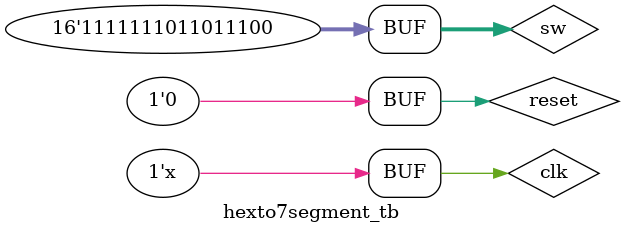
<source format=v>
`timescale 1ns / 1ps

module hexto7segment_tb;

    reg clk;
    reg reset;
    reg [15:0] sw;
    
    wire [3:0] an;
    wire [6:0] sseg;
    
    time_multiplexing_main u1 (
        .clk(clk),
        .reset(reset),
        .sw(sw),
        .an(an),
        .sseg(sseg)
    );
    
    initial 
    begin 
    
    clk = 0;
    reset = 1;
    sw = 0; 
    
    // First dsiplay 
    #10
    reset = 0;
    // 0
    sw[0] = 0;
    sw[1] = 0;
    sw[2] = 0;
    sw[3] = 0;
    
    #10
    //4
    sw[0] = 0;
    sw[1] = 0;
    sw[2] = 1;
    sw[3] = 0;
    
    #10
    //8
    sw[0] = 0;
    sw[1] = 0;
    sw[2] = 0;
    sw[3] = 1;
    
    #10
    //12 C
    sw[0] = 0;
    sw[1] = 0;
    sw[2] = 1;
    sw[3] = 1;
    
    
    // Second dsiplay 
    #10
    // 1
    sw[4] = 1;
    sw[5] = 0;
    sw[6] = 0;
    sw[7] = 0;
    
    #10
    //5
    sw[4] = 1;
    sw[5] = 0;
    sw[6] = 1;
    sw[7] = 0;
    
    #10
    //9
    sw[4] = 1;
    sw[5] = 0;
    sw[6] = 0;
    sw[7] = 1;
    
    #10
    //13 d
    sw[4] = 1;
    sw[5] = 0;
    sw[6] = 1;
    sw[7] = 1;
    
    
    // Third dsiplay 
    #10
    // 2
    sw[8] = 0;
    sw[9] = 1;
    sw[10] = 0;
    sw[11] = 0;
    
    #10
    //6
    sw[8] = 0;
    sw[9] = 1;
    sw[10] = 1;
    sw[11] = 0;
    
    #10
    //10
    sw[8] = 0;
    sw[9] = 1;
    sw[10] = 0;
    sw[11] = 1;
    
    #10
    //14 E
    sw[8] = 0;
    sw[9] = 1;
    sw[10] = 1;
    sw[11] = 1;
    
    // Fourth dsiplay 
    #10
    // 3
    sw[12] = 1;
    sw[13] = 1;
    sw[14] = 0;
    sw[15] = 0;
    
    #10
    //7
    sw[12] = 1;
    sw[13] = 1;
    sw[14] = 1;
    sw[15] = 0;
    
    #10
    //11 b
    sw[12] = 1;
    sw[13] = 1;
    sw[14] = 0;
    sw[15] = 1;
    
    #10
    //15 F
    sw[12] = 1;
    sw[13] = 1;
    sw[14] = 1;
    sw[15] = 1;
    
end

always 
#5 clk = ~clk;   
    
endmodule

</source>
